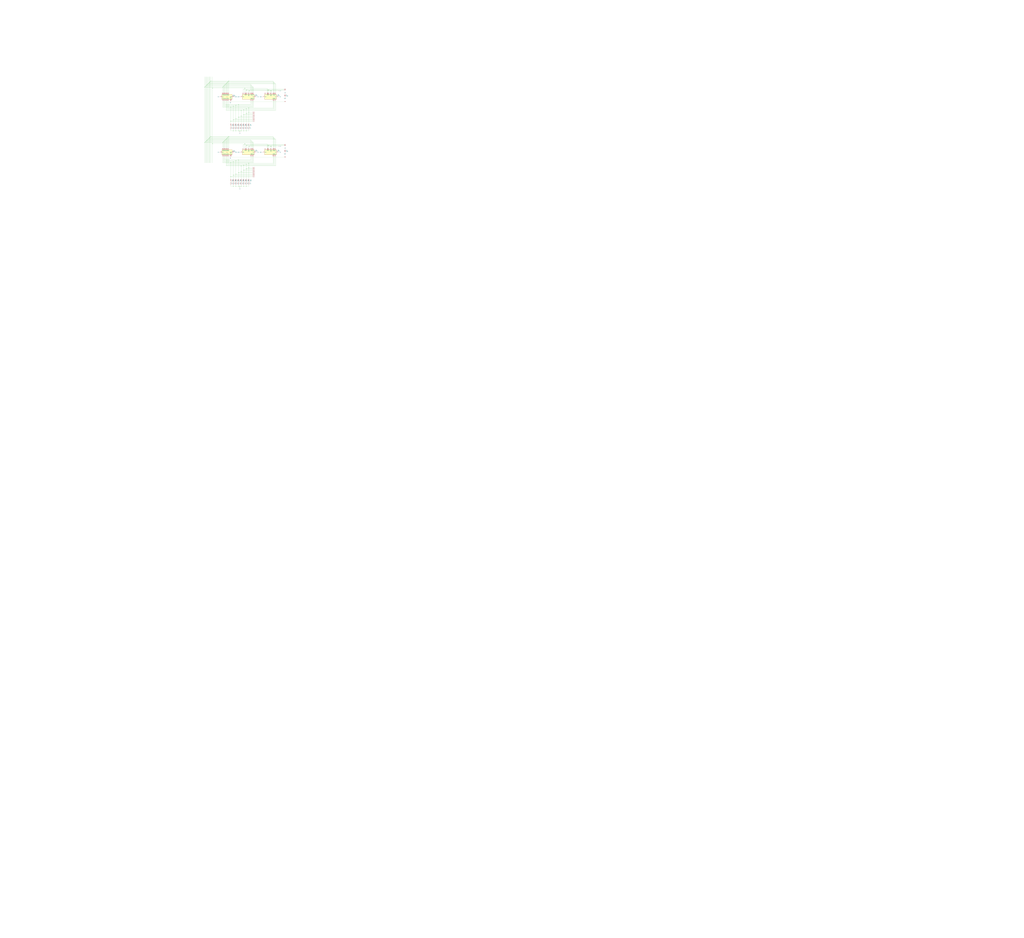
<source format=kicad_sch>
(kicad_sch (version 20231120) (generator "eeschema") (generator_version "8.0")
  (paper "User" 3048 2794)
  (lib_symbols
    (symbol "74xx:74LS173" (pin_names (offset 1.016))
      (property "Reference" "U" (at -7.62 19.05 0))
      (property "Value" "74LS173" (at -7.62 -19.05 0))
      (symbol "74LS173_1_0"
        (pin input inverted (at -12.7 2.54 0) (length 5.08) (name "Oe1") (number "1"))
        (pin input inverted (at -12.7 -7.62 0) (length 5.08) (name "E2") (number "10"))
        (pin input line (at -12.7 7.62 0) (length 5.08) (name "D3") (number "11"))
        (pin input line (at -12.7 10.16 0) (length 5.08) (name "D2") (number "12"))
        (pin input line (at -12.7 12.7 0) (length 5.08) (name "D1") (number "13"))
        (pin input line (at -12.7 15.24 0) (length 5.08) (name "D0") (number "14"))
        (pin input line (at -12.7 -15.24 0) (length 5.08) (name "Mr") (number "15"))
        (pin power_in line (at 0 22.86 270) (length 5.08) (name "VCC") (number "16"))
        (pin input inverted (at -12.7 0 0) (length 5.08) (name "Oe2") (number "2"))
        (pin tri_state line (at 12.7 15.24 180) (length 5.08) (name "Q0") (number "3"))
        (pin tri_state line (at 12.7 12.7 180) (length 5.08) (name "Q1") (number "4"))
        (pin tri_state line (at 12.7 10.16 180) (length 5.08) (name "Q2") (number "5"))
        (pin tri_state line (at 12.7 7.62 180) (length 5.08) (name "Q3") (number "6"))
        (pin input clock (at -12.7 -10.16 0) (length 5.08) (name "Cp") (number "7"))
        (pin power_in line (at 0 -22.86 90) (length 5.08) (name "GND") (number "8"))
        (pin input inverted (at -12.7 -5.08 0) (length 5.08) (name "E1") (number "9"))
      )
      (symbol "74LS173_1_1"
        (rectangle (start -7.62 17.78) (end 7.62 -17.78) (stroke (width 0.254)) (fill (type background)))
      )
    )
    (symbol "74xx:74LS245" (pin_names (offset 1.016))
      (property "Reference" "U" (at -7.62 16.51 0))
      (property "Value" "74LS245" (at -7.62 -16.51 0))
      (symbol "74LS245_1_0"
        (polyline (pts (xy -0.635 -1.27) (xy -0.635 1.27) (xy 0.635 1.27)))
        (polyline (pts (xy -1.27 -1.27) (xy 0.635 -1.27) (xy 0.635 1.27) (xy 1.27 1.27)))
        (pin input line (at -12.7 -10.16 0) (length 5.08) (name "A->B") (number "1"))
        (pin power_in line (at 0 -20.32 90) (length 5.08) (name "GND") (number "10"))
        (pin tri_state line (at 12.7 -5.08 180) (length 5.08) (name "B7") (number "11"))
        (pin tri_state line (at 12.7 -2.54 180) (length 5.08) (name "B6") (number "12"))
        (pin tri_state line (at 12.7 0 180) (length 5.08) (name "B5") (number "13"))
        (pin tri_state line (at 12.7 2.54 180) (length 5.08) (name "B4") (number "14"))
        (pin tri_state line (at 12.7 5.08 180) (length 5.08) (name "B3") (number "15"))
        (pin tri_state line (at 12.7 7.62 180) (length 5.08) (name "B2") (number "16"))
        (pin tri_state line (at 12.7 10.16 180) (length 5.08) (name "B1") (number "17"))
        (pin tri_state line (at 12.7 12.7 180) (length 5.08) (name "B0") (number "18"))
        (pin input inverted (at -12.7 -12.7 0) (length 5.08) (name "CE") (number "19"))
        (pin tri_state line (at -12.7 12.7 0) (length 5.08) (name "A0") (number "2"))
        (pin power_in line (at 0 20.32 270) (length 5.08) (name "VCC") (number "20"))
        (pin tri_state line (at -12.7 10.16 0) (length 5.08) (name "A1") (number "3"))
        (pin tri_state line (at -12.7 7.62 0) (length 5.08) (name "A2") (number "4"))
        (pin tri_state line (at -12.7 5.08 0) (length 5.08) (name "A3") (number "5"))
        (pin tri_state line (at -12.7 2.54 0) (length 5.08) (name "A4") (number "6"))
        (pin tri_state line (at -12.7 0 0) (length 5.08) (name "A5") (number "7"))
        (pin tri_state line (at -12.7 -2.54 0) (length 5.08) (name "A6") (number "8"))
        (pin tri_state line (at -12.7 -5.08 0) (length 5.08) (name "A7") (number "9"))
      )
      (symbol "74LS245_1_1"
        (rectangle (start -7.62 15.24) (end 7.62 -15.24) (stroke (width 0.254)) (fill (type background)))
      )
    )
    (symbol "Device:C" (pin_numbers hide) (pin_names (offset 0.254))
      (property "Reference" "C" (at 0.635 2.54 0))
      (property "Value" "C" (at 0.635 -2.54 0))
      (symbol "C_0_1"
        (polyline (pts (xy -2.032 -0.762) (xy 2.032 -0.762)) (stroke (width 0.508)))
        (polyline (pts (xy -2.032 0.762) (xy 2.032 0.762)) (stroke (width 0.508)))
      )
      (symbol "C_1_1"
        (pin passive line (at 0 3.81 270) (length 2.794) (name "~") (number "1"))
        (pin passive line (at 0 -3.81 90) (length 2.794) (name "~") (number "2"))
      )
    )
    (symbol "Device:LED" (pin_numbers hide) (pin_names (offset 1.016) hide)
      (property "Reference" "D" (at 0 2.54 0))
      (property "Value" "LED" (at 0 -2.54 0))
      (symbol "LED_0_1"
        (polyline (pts (xy -1.27 -1.27) (xy -1.27 1.27)) (stroke (width 0.254)))
        (polyline (pts (xy -1.27 0) (xy 1.27 0)))
        (polyline (pts (xy 1.27 -1.27) (xy 1.27 1.27) (xy -1.27 0) (xy 1.27 -1.27)) (stroke (width 0.254)))
        (polyline (pts (xy -3.048 -0.762) (xy -4.572 -2.286) (xy -3.81 -2.286) (xy -4.572 -2.286) (xy -4.572 -1.524)))
        (polyline (pts (xy -1.778 -0.762) (xy -3.302 -2.286) (xy -2.54 -2.286) (xy -3.302 -2.286) (xy -3.302 -1.524)))
      )
      (symbol "LED_1_1"
        (pin passive line (at -3.81 0 0) (length 2.54) (name "K") (number "1"))
        (pin passive line (at 3.81 0 180) (length 2.54) (name "A") (number "2"))
      )
    )
    (symbol "Device:R" (pin_numbers hide) (pin_names (offset 0))
      (property "Reference" "R" (at 2.032 0 90))
      (property "Value" "R" (at 0 0 90))
      (symbol "R_0_1"
        (rectangle (start -1.016 -2.54) (end 1.016 2.54) (stroke (width 0.254)))
      )
      (symbol "R_1_1"
        (pin passive line (at 0 3.81 270) (length 1.27) (name "~") (number "1"))
        (pin passive line (at 0 -3.81 90) (length 1.27) (name "~") (number "2"))
      )
    )
    (symbol "power:+5V" (power) (pin_numbers hide) (pin_names (offset 0) hide)
      (property "Value" "+5V" (at 0 3.556 0))
      (symbol "+5V_0_1"
        (polyline (pts (xy -0.762 1.27) (xy 0 2.54)))
        (polyline (pts (xy 0 0) (xy 0 2.54)))
        (polyline (pts (xy 0 2.54) (xy 0.762 1.27)))
      )
      (symbol "+5V_1_1"
        (pin power_in line (at 0 0 90) (length 0) (name "~") (number "1"))
      )
    )
    (symbol "power:Earth" (power) (pin_numbers hide) (pin_names (offset 0) hide)
      (property "Value" "Earth" (at 0 -3.81 0))
      (symbol "Earth_0_1"
        (polyline (pts (xy -0.635 -1.905) (xy 0.635 -1.905)))
        (polyline (pts (xy -0.127 -2.54) (xy 0.127 -2.54)))
        (polyline (pts (xy 0 -1.27) (xy 0 0)))
        (polyline (pts (xy 1.27 -1.27) (xy -1.27 -1.27)))
      )
      (symbol "Earth_1_1"
        (pin power_in line (at 0 0 270) (length 0) (name "~") (number "1"))
      )
    )
  )
  (junction (at 717.55 510.54))
  (junction (at 680.72 406.4))
  (junction (at 713.74 389.89))
  (junction (at 732.79 337.82))
  (junction (at 675.64 411.48))
  (junction (at 694.69 521.97))
  (junction (at 702.31 389.89))
  (junction (at 732.79 502.92))
  (junction (at 632.46 427.99))
  (junction (at 728.98 262.89))
  (junction (at 678.18 243.84))
  (junction (at 614.68 419.1))
  (junction (at 805.18 435.61))
  (junction (at 740.41 486.41))
  (junction (at 617.22 251.46))
  (junction (at 694.69 389.89))
  (junction (at 702.31 478.79))
  (junction (at 732.79 488.95))
  (junction (at 709.93 349.25))
  (junction (at 675.64 246.38))
  (junction (at 609.6 259.08))
  (junction (at 717.55 389.89))
  (junction (at 662.94 424.18))
  (junction (at 725.17 341.63))
  (junction (at 665.48 256.54))
  (junction (at 734.06 433.07))
  (junction (at 807.72 435.61))
  (junction (at 702.31 518.16))
  (junction (at 741.68 270.51))
  (junction (at 741.68 435.61))
  (junction (at 797.56 267.97))
  (junction (at 728.98 427.99))
  (junction (at 800.1 267.97))
  (junction (at 687.07 483.87))
  (junction (at 797.56 433.07))
  (junction (at 709.93 554.99))
  (junction (at 694.69 481.33))
  (junction (at 732.79 323.85))
  (junction (at 627.38 241.3))
  (junction (at 725.17 554.99))
  (junction (at 614.68 254))
  (junction (at 717.55 328.93))
  (junction (at 709.93 476.25))
  (junction (at 680.72 241.3))
  (junction (at 709.93 311.15))
  (junction (at 687.07 318.77))
  (junction (at 619.76 414.02))
  (junction (at 609.6 424.18))
  (junction (at 725.17 326.39))
  (junction (at 717.55 345.44))
  (junction (at 624.84 408.94))
  (junction (at 725.17 389.89))
  (junction (at 678.18 408.94))
  (junction (at 668.02 419.1))
  (junction (at 725.17 491.49))
  (junction (at 709.93 514.35))
  (junction (at 702.31 313.69))
  (junction (at 717.55 494.03))
  (junction (at 670.56 416.56))
  (junction (at 713.74 554.99))
  (junction (at 673.1 414.02))
  (junction (at 617.22 416.56))
  (junction (at 632.46 262.89))
  (junction (at 622.3 246.38))
  (junction (at 673.1 248.92))
  (junction (at 668.02 254))
  (junction (at 612.14 421.64))
  (junction (at 734.06 267.97))
  (junction (at 740.41 321.31))
  (junction (at 805.18 270.51))
  (junction (at 732.79 389.89))
  (junction (at 687.07 525.78))
  (junction (at 702.31 353.06))
  (junction (at 687.07 360.68))
  (junction (at 622.3 411.48))
  (junction (at 702.31 554.99))
  (junction (at 662.94 259.08))
  (junction (at 694.69 554.99))
  (junction (at 732.79 554.99))
  (junction (at 807.72 270.51))
  (junction (at 725.17 506.73))
  (junction (at 694.69 316.23))
  (junction (at 740.41 499.11))
  (junction (at 694.69 356.87))
  (junction (at 717.55 554.99))
  (junction (at 800.1 433.07))
  (junction (at 619.76 248.92))
  (junction (at 624.84 243.84))
  (junction (at 740.41 334.01))
  (junction (at 709.93 389.89))
  (junction (at 627.38 406.4))
  (junction (at 665.48 421.64))
  (junction (at 670.56 251.46))
  (junction (at 612.14 256.54))
  (wire (pts (xy 709.93 549.91) (xy 709.93 554.99)))
  (wire (pts (xy 797.56 267.97) (xy 797.56 275.59)))
  (wire (pts (xy 709.93 349.25) (xy 709.93 367.03)))
  (wire (pts (xy 622.3 246.38) (xy 675.64 246.38)))
  (wire (pts (xy 702.31 539.75) (xy 702.31 542.29)))
  (wire (pts (xy 709.93 389.89) (xy 713.74 389.89)))
  (wire (pts (xy 665.48 300.99) (xy 665.48 316.23)))
  (wire (pts (xy 732.79 554.99) (xy 732.79 549.91)))
  (wire (pts (xy 688.34 467.36) (xy 845.82 467.36)))
  (wire (pts (xy 805.18 270.51) (xy 805.18 275.59)))
  (wire (pts (xy 673.1 328.93) (xy 717.55 328.93)))
  (wire (pts (xy 687.07 360.68) (xy 751.84 360.68)))
  (wire (pts (xy 746.76 251.46) (xy 670.56 251.46)))
  (wire (pts (xy 665.48 316.23) (xy 694.69 316.23)))
  (wire (pts (xy 741.68 270.51) (xy 741.68 275.59)))
  (wire (pts (xy 746.76 466.09) (xy 746.76 476.25)))
  (wire (pts (xy 702.31 313.69) (xy 668.02 313.69)))
  (wire (pts (xy 668.02 313.69) (xy 668.02 300.99)))
  (wire (pts (xy 624.84 243.84) (xy 678.18 243.84)))
  (wire (pts (xy 624.84 243.84) (xy 624.84 408.94)))
  (wire (pts (xy 622.3 411.48) (xy 675.64 411.48)))
  (wire (pts (xy 732.79 323.85) (xy 732.79 337.82)))
  (wire (pts (xy 717.55 389.89) (xy 717.55 384.81)))
  (wire (pts (xy 749.3 478.79) (xy 702.31 478.79)))
  (wire (pts (xy 749.3 313.69) (xy 702.31 313.69)))
  (wire (pts (xy 668.02 419.1) (xy 668.02 440.69)))
  (wire (pts (xy 709.93 349.25) (xy 751.84 349.25)))
  (wire (pts (xy 815.34 300.99) (xy 815.34 323.85)))
  (wire (pts (xy 807.72 270.51) (xy 807.72 275.59)))
  (wire (pts (xy 709.93 476.25) (xy 670.56 476.25)))
  (wire (pts (xy 624.84 408.94) (xy 624.84 485.14)))
  (wire (pts (xy 734.06 433.07) (xy 734.06 440.69)))
  (wire (pts (xy 670.56 275.59) (xy 670.56 251.46)))
  (wire (pts (xy 687.07 318.77) (xy 687.07 360.68)))
  (wire (pts (xy 740.41 554.99) (xy 740.41 549.91)))
  (wire (pts (xy 622.3 411.48) (xy 622.3 485.14)))
  (wire (pts (xy 805.18 270.51) (xy 807.72 270.51)))
  (wire (pts (xy 678.18 488.95) (xy 732.79 488.95)))
  (wire (pts (xy 812.8 241.3) (xy 812.8 275.59)))
  (wire (pts (xy 717.55 345.44) (xy 717.55 367.03)))
  (wire (pts (xy 739.14 270.51) (xy 741.68 270.51)))
  (wire (pts (xy 800.1 433.07) (xy 797.56 433.07)))
  (wire (pts (xy 725.17 491.49) (xy 817.88 491.49)))
  (wire (pts (xy 609.6 228.6) (xy 609.6 259.08)))
  (wire (pts (xy 751.84 341.63) (xy 725.17 341.63)))
  (wire (pts (xy 820.42 466.09) (xy 820.42 494.03)))
  (wire (pts (xy 673.1 494.03) (xy 673.1 466.09)))
  (wire (pts (xy 662.94 483.87) (xy 662.94 466.09)))
  (wire (pts (xy 702.31 554.99) (xy 702.31 549.91)))
  (wire (pts (xy 709.93 311.15) (xy 670.56 311.15)))
  (wire (pts (xy 817.88 491.49) (xy 817.88 466.09)))
  (wire (pts (xy 632.46 262.89) (xy 728.98 262.89)))
  (wire (pts (xy 754.38 466.09) (xy 754.38 483.87)))
  (wire (pts (xy 614.68 419.1) (xy 614.68 485.14)))
  (wire (pts (xy 609.6 259.08) (xy 662.94 259.08)))
  (wire (pts (xy 680.72 440.69) (xy 680.72 406.4)))
  (wire (pts (xy 723.9 265.43) (xy 845.82 265.43)))
  (wire (pts (xy 702.31 353.06) (xy 751.84 353.06)))
  (wire (pts (xy 694.69 316.23) (xy 751.84 316.23)))
  (wire (pts (xy 673.1 414.02) (xy 673.1 440.69)))
  (wire (pts (xy 732.79 389.89) (xy 740.41 389.89)))
  (wire (pts (xy 619.76 414.02) (xy 673.1 414.02)))
  (wire (pts (xy 632.46 228.6) (xy 632.46 262.89)))
  (wire (pts (xy 812.8 486.41) (xy 812.8 466.09)))
  (wire (pts (xy 619.76 248.92) (xy 619.76 414.02)))
  (wire (pts (xy 717.55 554.99) (xy 725.17 554.99)))
  (wire (pts (xy 709.93 539.75) (xy 709.93 542.29)))
  (wire (pts (xy 728.98 427.99) (xy 795.02 427.99)))
  (wire (pts (xy 728.98 262.89) (xy 795.02 262.89)))
  (wire (pts (xy 713.74 392.43) (xy 713.74 389.89)))
  (wire (pts (xy 612.14 421.64) (xy 612.14 485.14)))
  (wire (pts (xy 614.68 419.1) (xy 668.02 419.1)))
  (wire (pts (xy 702.31 389.89) (xy 694.69 389.89)))
  (wire (pts (xy 622.3 246.38) (xy 622.3 411.48)))
  (wire (pts (xy 709.93 476.25) (xy 709.93 514.35)))
  (wire (pts (xy 612.14 228.6) (xy 612.14 256.54)))
  (wire (pts (xy 694.69 481.33) (xy 751.84 481.33)))
  (wire (pts (xy 688.34 302.26) (xy 845.82 302.26)))
  (wire (pts (xy 668.02 254) (xy 749.3 254)))
  (wire (pts (xy 632.46 427.99) (xy 728.98 427.99)))
  (wire (pts (xy 680.72 241.3) (xy 812.8 241.3)))
  (wire (pts (xy 740.41 499.11) (xy 751.84 499.11)))
  (wire (pts (xy 751.84 421.64) (xy 665.48 421.64)))
  (wire (pts (xy 746.76 476.25) (xy 709.93 476.25)))
  (wire (pts (xy 725.17 341.63) (xy 725.17 367.03)))
  (wire (pts (xy 687.07 525.78) (xy 687.07 532.13)))
  (wire (pts (xy 741.68 435.61) (xy 741.68 440.69)))
  (wire (pts (xy 687.07 360.68) (xy 687.07 367.03)))
  (wire (pts (xy 678.18 243.84) (xy 678.18 275.59)))
  (wire (pts (xy 725.17 554.99) (xy 732.79 554.99)))
  (wire (pts (xy 812.8 406.4) (xy 812.8 440.69)))
  (wire (pts (xy 687.07 374.65) (xy 687.07 377.19)))
  (wire (pts (xy 807.72 435.61) (xy 828.04 435.61)))
  (wire (pts (xy 732.79 554.99) (xy 740.41 554.99)))
  (wire (pts (xy 673.1 494.03) (xy 717.55 494.03)))
  (wire (pts (xy 662.94 259.08) (xy 662.94 275.59)))
  (wire (pts (xy 754.38 424.18) (xy 754.38 440.69)))
  (wire (pts (xy 617.22 416.56) (xy 617.22 485.14)))
  (wire (pts (xy 749.3 254) (xy 749.3 275.59)))
  (wire (pts (xy 725.17 549.91) (xy 725.17 554.99)))
  (wire (pts (xy 728.98 440.69) (xy 728.98 427.99)))
  (wire (pts (xy 795.02 440.69) (xy 795.02 427.99)))
  (wire (pts (xy 740.41 334.01) (xy 740.41 367.03)))
  (wire (pts (xy 665.48 275.59) (xy 665.48 256.54)))
  (wire (pts (xy 687.07 389.89) (xy 687.07 384.81)))
  (wire (pts (xy 617.22 251.46) (xy 670.56 251.46)))
  (wire (pts (xy 741.68 435.61) (xy 805.18 435.61)))
  (wire (pts (xy 717.55 374.65) (xy 717.55 377.19)))
  (wire (pts (xy 619.76 228.6) (xy 619.76 248.92)))
  (wire (pts (xy 740.41 486.41) (xy 812.8 486.41)))
  (wire (pts (xy 668.02 254) (xy 668.02 275.59)))
  (wire (pts (xy 702.31 313.69) (xy 702.31 353.06)))
  (wire (pts (xy 680.72 275.59) (xy 680.72 241.3)))
  (wire (pts (xy 746.76 311.15) (xy 709.93 311.15)))
  (wire (pts (xy 746.76 416.56) (xy 670.56 416.56)))
  (wire (pts (xy 723.9 440.69) (xy 723.9 430.53)))
  (wire (pts (xy 612.14 256.54) (xy 665.48 256.54)))
  (wire (pts (xy 731.52 267.97) (xy 734.06 267.97)))
  (wire (pts (xy 732.79 337.82) (xy 751.84 337.82)))
  (wire (pts (xy 717.55 539.75) (xy 717.55 542.29)))
  (wire (pts (xy 807.72 270.51) (xy 828.04 270.51)))
  (wire (pts (xy 662.94 424.18) (xy 662.94 440.69)))
  (wire (pts (xy 680.72 486.41) (xy 740.41 486.41)))
  (wire (pts (xy 740.41 374.65) (xy 740.41 377.19)))
  (wire (pts (xy 740.41 334.01) (xy 751.84 334.01)))
  (wire (pts (xy 817.88 326.39) (xy 817.88 300.99)))
  (wire (pts (xy 754.38 300.99) (xy 754.38 318.77)))
  (wire (pts (xy 694.69 389.89) (xy 694.69 384.81)))
  (wire (pts (xy 845.82 433.07) (xy 800.1 433.07)))
  (wire (pts (xy 751.84 440.69) (xy 751.84 421.64)))
  (wire (pts (xy 702.31 389.89) (xy 702.31 384.81)))
  (wire (pts (xy 817.88 411.48) (xy 817.88 440.69)))
  (wire (pts (xy 732.79 337.82) (xy 732.79 367.03)))
  (wire (pts (xy 740.41 321.31) (xy 740.41 334.01)))
  (wire (pts (xy 740.41 321.31) (xy 812.8 321.31)))
  (wire (pts (xy 673.1 248.92) (xy 673.1 275.59)))
  (wire (pts (xy 795.02 275.59) (xy 795.02 262.89)))
  (wire (pts (xy 665.48 466.09) (xy 665.48 481.33)))
  (wire (pts (xy 694.69 356.87) (xy 751.84 356.87)))
  (wire (pts (xy 709.93 384.81) (xy 709.93 389.89)))
  (wire (pts (xy 632.46 427.99) (xy 632.46 485.14)))
  (wire (pts (xy 678.18 408.94) (xy 815.34 408.94)))
  (wire (pts (xy 609.6 424.18) (xy 609.6 485.14)))
  (wire (pts (xy 612.14 421.64) (xy 665.48 421.64)))
  (wire (pts (xy 619.76 414.02) (xy 619.76 485.14)))
  (wire (pts (xy 678.18 323.85) (xy 732.79 323.85)))
  (wire (pts (xy 817.88 246.38) (xy 675.64 246.38)))
  (wire (pts (xy 820.42 248.92) (xy 820.42 275.59)))
  (wire (pts (xy 673.1 328.93) (xy 673.1 300.99)))
  (wire (pts (xy 749.3 300.99) (xy 749.3 313.69)))
  (wire (pts (xy 723.9 275.59) (xy 723.9 265.43)))
  (wire (pts (xy 632.46 262.89) (xy 632.46 427.99)))
  (wire (pts (xy 688.34 300.99) (xy 688.34 302.26)))
  (wire (pts (xy 694.69 316.23) (xy 694.69 356.87)))
  (wire (pts (xy 687.07 483.87) (xy 687.07 525.78)))
  (wire (pts (xy 694.69 521.97) (xy 694.69 532.13)))
  (wire (pts (xy 817.88 246.38) (xy 817.88 275.59)))
  (wire (pts (xy 609.6 424.18) (xy 662.94 424.18)))
  (wire (pts (xy 624.84 408.94) (xy 678.18 408.94)))
  (wire (pts (xy 725.17 326.39) (xy 817.88 326.39)))
  (wire (pts (xy 687.07 554.99) (xy 687.07 549.91)))
  (wire (pts (xy 665.48 440.69) (xy 665.48 421.64)))
  (wire (pts (xy 709.93 554.99) (xy 702.31 554.99)))
  (wire (pts (xy 687.07 318.77) (xy 662.94 318.77)))
  (wire (pts (xy 751.84 510.54) (xy 717.55 510.54)))
  (wire (pts (xy 739.14 275.59) (xy 739.14 270.51)))
  (wire (pts (xy 694.69 356.87) (xy 694.69 367.03)))
  (wire (pts (xy 725.17 491.49) (xy 725.17 506.73)))
  (wire (pts (xy 678.18 243.84) (xy 815.34 243.84)))
  (wire (pts (xy 754.38 259.08) (xy 754.38 275.59)))
  (wire (pts (xy 662.94 259.08) (xy 754.38 259.08)))
  (wire (pts (xy 702.31 518.16) (xy 751.84 518.16)))
  (wire (pts (xy 694.69 554.99) (xy 687.07 554.99)))
  (wire (pts (xy 749.3 419.1) (xy 749.3 440.69)))
  (wire (pts (xy 812.8 321.31) (xy 812.8 300.99)))
  (wire (pts (xy 732.79 488.95) (xy 732.79 502.92)))
  (wire (pts (xy 675.64 466.09) (xy 675.64 491.49)))
  (wire (pts (xy 694.69 539.75) (xy 694.69 542.29)))
  (wire (pts (xy 717.55 328.93) (xy 820.42 328.93)))
  (wire (pts (xy 746.76 275.59) (xy 746.76 251.46)))
  (wire (pts (xy 805.18 435.61) (xy 805.18 440.69)))
  (wire (pts (xy 717.55 328.93) (xy 717.55 345.44)))
  (wire (pts (xy 725.17 326.39) (xy 725.17 341.63)))
  (wire (pts (xy 713.74 389.89) (xy 717.55 389.89)))
  (wire (pts (xy 734.06 267.97) (xy 734.06 275.59)))
  (wire (pts (xy 732.79 502.92) (xy 751.84 502.92)))
  (wire (pts (xy 709.93 374.65) (xy 709.93 377.19)))
  (wire (pts (xy 717.55 510.54) (xy 717.55 532.13)))
  (wire (pts (xy 675.64 440.69) (xy 675.64 411.48)))
  (wire (pts (xy 751.84 481.33) (xy 751.84 466.09)))
  (wire (pts (xy 734.06 267.97) (xy 797.56 267.97)))
  (wire (pts (xy 680.72 321.31) (xy 740.41 321.31)))
  (wire (pts (xy 675.64 491.49) (xy 725.17 491.49)))
  (wire (pts (xy 709.93 311.15) (xy 709.93 349.25)))
  (wire (pts (xy 670.56 440.69) (xy 670.56 416.56)))
  (wire (pts (xy 678.18 488.95) (xy 678.18 466.09)))
  (wire (pts (xy 731.52 440.69) (xy 731.52 433.07)))
  (wire (pts (xy 627.38 406.4) (xy 627.38 485.14)))
  (wire (pts (xy 732.79 502.92) (xy 732.79 532.13)))
  (wire (pts (xy 687.07 539.75) (xy 687.07 542.29)))
  (wire (pts (xy 731.52 433.07) (xy 734.06 433.07)))
  (wire (pts (xy 662.94 424.18) (xy 754.38 424.18)))
  (wire (pts (xy 702.31 353.06) (xy 702.31 367.03)))
  (wire (pts (xy 740.41 389.89) (xy 740.41 384.81)))
  (wire (pts (xy 709.93 514.35) (xy 709.93 532.13)))
  (wire (pts (xy 688.34 466.09) (xy 688.34 467.36)))
  (wire (pts (xy 751.84 275.59) (xy 751.84 256.54)))
  (wire (pts (xy 725.17 374.65) (xy 725.17 377.19)))
  (wire (pts (xy 627.38 406.4) (xy 680.72 406.4)))
  (wire (pts (xy 740.41 539.75) (xy 740.41 542.29)))
  (wire (pts (xy 731.52 275.59) (xy 731.52 267.97)))
  (wire (pts (xy 817.88 411.48) (xy 675.64 411.48)))
  (wire (pts (xy 665.48 481.33) (xy 694.69 481.33)))
  (wire (pts (xy 749.3 466.09) (xy 749.3 478.79)))
  (wire (pts (xy 732.79 323.85) (xy 815.34 323.85)))
  (wire (pts (xy 740.41 499.11) (xy 740.41 532.13)))
  (wire (pts (xy 800.1 267.97) (xy 797.56 267.97)))
  (wire (pts (xy 723.9 430.53) (xy 845.82 430.53)))
  (wire (pts (xy 702.31 374.65) (xy 702.31 377.19)))
  (wire (pts (xy 820.42 414.02) (xy 820.42 440.69)))
  (wire (pts (xy 694.69 389.89) (xy 687.07 389.89)))
  (wire (pts (xy 725.17 539.75) (xy 725.17 542.29)))
  (wire (pts (xy 734.06 433.07) (xy 797.56 433.07)))
  (wire (pts (xy 614.68 254) (xy 668.02 254)))
  (wire (pts (xy 687.07 483.87) (xy 662.94 483.87)))
  (wire (pts (xy 675.64 326.39) (xy 725.17 326.39)))
  (wire (pts (xy 614.68 254) (xy 614.68 419.1)))
  (wire (pts (xy 668.02 419.1) (xy 749.3 419.1)))
  (wire (pts (xy 709.93 514.35) (xy 751.84 514.35)))
  (wire (pts (xy 694.69 481.33) (xy 694.69 521.97)))
  (wire (pts (xy 622.3 228.6) (xy 622.3 246.38)))
  (wire (pts (xy 725.17 389.89) (xy 732.79 389.89)))
  (wire (pts (xy 675.64 275.59) (xy 675.64 246.38)))
  (wire (pts (xy 754.38 483.87) (xy 687.07 483.87)))
  (wire (pts (xy 624.84 228.6) (xy 624.84 243.84)))
  (wire (pts (xy 732.79 374.65) (xy 732.79 377.19)))
  (wire (pts (xy 702.31 554.99) (xy 694.69 554.99)))
  (wire (pts (xy 815.34 466.09) (xy 815.34 488.95)))
  (wire (pts (xy 702.31 518.16) (xy 702.31 532.13)))
  (wire (pts (xy 687.07 525.78) (xy 751.84 525.78)))
  (wire (pts (xy 800.1 433.07) (xy 800.1 440.69)))
  (wire (pts (xy 725.17 384.81) (xy 725.17 389.89)))
  (wire (pts (xy 845.82 267.97) (xy 800.1 267.97)))
  (wire (pts (xy 673.1 248.92) (xy 820.42 248.92)))
  (wire (pts (xy 717.55 494.03) (xy 820.42 494.03)))
  (wire (pts (xy 797.56 433.07) (xy 797.56 440.69)))
  (wire (pts (xy 800.1 267.97) (xy 800.1 275.59)))
  (wire (pts (xy 739.14 440.69) (xy 739.14 435.61)))
  (wire (pts (xy 673.1 414.02) (xy 820.42 414.02)))
  (wire (pts (xy 617.22 416.56) (xy 670.56 416.56)))
  (wire (pts (xy 713.74 557.53) (xy 713.74 554.99)))
  (wire (pts (xy 751.84 256.54) (xy 665.48 256.54)))
  (wire (pts (xy 741.68 270.51) (xy 805.18 270.51)))
  (wire (pts (xy 732.79 539.75) (xy 732.79 542.29)))
  (wire (pts (xy 709.93 554.99) (xy 713.74 554.99)))
  (wire (pts (xy 815.34 243.84) (xy 815.34 275.59)))
  (wire (pts (xy 746.76 440.69) (xy 746.76 416.56)))
  (wire (pts (xy 746.76 300.99) (xy 746.76 311.15)))
  (wire (pts (xy 694.69 374.65) (xy 694.69 377.19)))
  (wire (pts (xy 739.14 435.61) (xy 741.68 435.61)))
  (wire (pts (xy 670.56 476.25) (xy 670.56 466.09)))
  (wire (pts (xy 702.31 478.79) (xy 668.02 478.79)))
  (wire (pts (xy 680.72 300.99) (xy 680.72 321.31)))
  (wire (pts (xy 617.22 251.46) (xy 617.22 416.56)))
  (wire (pts (xy 662.94 318.77) (xy 662.94 300.99)))
  (wire (pts (xy 678.18 323.85) (xy 678.18 300.99)))
  (wire (pts (xy 815.34 408.94) (xy 815.34 440.69)))
  (wire (pts (xy 709.93 389.89) (xy 702.31 389.89)))
  (wire (pts (xy 717.55 389.89) (xy 725.17 389.89)))
  (wire (pts (xy 717.55 554.99) (xy 717.55 549.91)))
  (wire (pts (xy 670.56 311.15) (xy 670.56 300.99)))
  (wire (pts (xy 728.98 275.59) (xy 728.98 262.89)))
  (wire (pts (xy 680.72 406.4) (xy 812.8 406.4)))
  (wire (pts (xy 614.68 228.6) (xy 614.68 254)))
  (wire (pts (xy 612.14 256.54) (xy 612.14 421.64)))
  (wire (pts (xy 717.55 494.03) (xy 717.55 510.54)))
  (wire (pts (xy 668.02 478.79) (xy 668.02 466.09)))
  (wire (pts (xy 732.79 488.95) (xy 815.34 488.95)))
  (wire (pts (xy 678.18 408.94) (xy 678.18 440.69)))
  (wire (pts (xy 675.64 300.99) (xy 675.64 326.39)))
  (wire (pts (xy 751.84 316.23) (xy 751.84 300.99)))
  (wire (pts (xy 713.74 554.99) (xy 717.55 554.99)))
  (wire (pts (xy 627.38 228.6) (xy 627.38 241.3)))
  (wire (pts (xy 751.84 506.73) (xy 725.17 506.73)))
  (wire (pts (xy 627.38 241.3) (xy 627.38 406.4)))
  (wire (pts (xy 751.84 345.44) (xy 717.55 345.44)))
  (wire (pts (xy 805.18 435.61) (xy 807.72 435.61)))
  (wire (pts (xy 702.31 478.79) (xy 702.31 518.16)))
  (wire (pts (xy 680.72 466.09) (xy 680.72 486.41)))
  (wire (pts (xy 754.38 318.77) (xy 687.07 318.77)))
  (wire (pts (xy 694.69 521.97) (xy 751.84 521.97)))
  (wire (pts (xy 732.79 389.89) (xy 732.79 384.81)))
  (wire (pts (xy 740.41 486.41) (xy 740.41 499.11)))
  (wire (pts (xy 609.6 259.08) (xy 609.6 424.18)))
  (wire (pts (xy 820.42 300.99) (xy 820.42 328.93)))
  (wire (pts (xy 725.17 506.73) (xy 725.17 532.13)))
  (wire (pts (xy 617.22 228.6) (xy 617.22 251.46)))
  (wire (pts (xy 807.72 435.61) (xy 807.72 440.69)))
  (wire (pts (xy 694.69 554.99) (xy 694.69 549.91)))
  (wire (pts (xy 619.76 248.92) (xy 673.1 248.92)))
  (wire (pts (xy 627.38 241.3) (xy 680.72 241.3)))
  (global_label "A_5" (shape input) (at 751.84 353.06 0) (property "Intersheetrefs" "${INTERSHEET_REFS}" (effects (hide yes))))
  (global_label "B_7" (shape input) (at 751.84 525.78 0) (property "Intersheetrefs" "${INTERSHEET_REFS}" (effects (hide yes))))
  (global_label "B_6" (shape input) (at 751.84 521.97 0) (property "Intersheetrefs" "${INTERSHEET_REFS}" (effects (hide yes))))
  (global_label "B_2" (shape input) (at 751.84 506.73 0) (property "Intersheetrefs" "${INTERSHEET_REFS}" (effects (hide yes))))
  (global_label "A_1" (shape input) (at 751.84 337.82 0) (property "Intersheetrefs" "${INTERSHEET_REFS}" (effects (hide yes))))
  (global_label "B_1" (shape input) (at 751.84 502.92 0) (property "Intersheetrefs" "${INTERSHEET_REFS}" (effects (hide yes))))
  (global_label "AO" (shape input) (at 845.82 302.26 0) (property "Intersheetrefs" "${INTERSHEET_REFS}" (effects (hide yes))))
  (global_label "B_3" (shape input) (at 751.84 510.54 0) (property "Intersheetrefs" "${INTERSHEET_REFS}" (effects (hide yes))))
  (global_label "BI" (shape input) (at 845.82 433.07 0) (property "Intersheetrefs" "${INTERSHEET_REFS}" (effects (hide yes))))
  (global_label "B_5" (shape input) (at 751.84 518.16 0) (property "Intersheetrefs" "${INTERSHEET_REFS}" (effects (hide yes))))
  (global_label "BC" (shape input) (at 845.82 265.43 0) (property "Intersheetrefs" "${INTERSHEET_REFS}" (effects (hide yes))))
  (global_label "B_4" (shape input) (at 751.84 514.35 0) (property "Intersheetrefs" "${INTERSHEET_REFS}" (effects (hide yes))))
  (global_label "A_7" (shape input) (at 751.84 360.68 0) (property "Intersheetrefs" "${INTERSHEET_REFS}" (effects (hide yes))))
  (global_label "A_0" (shape input) (at 751.84 334.01 0) (property "Intersheetrefs" "${INTERSHEET_REFS}" (effects (hide yes))))
  (global_label "BC" (shape input) (at 845.82 430.53 0) (property "Intersheetrefs" "${INTERSHEET_REFS}" (effects (hide yes))))
  (global_label "A_4" (shape input) (at 751.84 349.25 0) (property "Intersheetrefs" "${INTERSHEET_REFS}" (effects (hide yes))))
  (global_label "BO" (shape input) (at 845.82 467.36 0) (property "Intersheetrefs" "${INTERSHEET_REFS}" (effects (hide yes))))
  (global_label "A_2" (shape input) (at 751.84 341.63 0) (property "Intersheetrefs" "${INTERSHEET_REFS}" (effects (hide yes))))
  (global_label "A_3" (shape input) (at 751.84 345.44 0) (property "Intersheetrefs" "${INTERSHEET_REFS}" (effects (hide yes))))
  (global_label "AI" (shape input) (at 845.82 267.97 0) (property "Intersheetrefs" "${INTERSHEET_REFS}" (effects (hide yes))))
  (global_label "A_6" (shape input) (at 751.84 356.87 0) (property "Intersheetrefs" "${INTERSHEET_REFS}" (effects (hide yes))))
  (global_label "B_0" (shape input) (at 751.84 499.11 0) (property "Intersheetrefs" "${INTERSHEET_REFS}" (effects (hide yes))))
  (symbol (lib_id "Device:LED") (at 740.41 370.84 90) (unit 1)
    (property "Reference" "D8" (at 744.22 371.1574 90) (effects (justify right)))
    (property "Value" "LED" (at 744.22 373.6974 90) (effects (justify right)))
    (property "Description" "Light emitting diode" (effects (hide yes)))
  )
  (symbol (lib_id "Device:R") (at 732.79 381 0) (unit 1)
    (property "Reference" "R7" (at 735.33 379.7299 0) (effects (justify left)))
    (property "Value" "220" (at 735.33 382.2699 0) (effects (justify left)))
    (property "Description" "Resistor" (effects (hide yes)))
  )
  (symbol (lib_id "Device:R") (at 694.69 546.1 0) (unit 1)
    (property "Reference" "R10" (at 697.23 544.8299 0) (effects (justify left)))
    (property "Value" "220" (at 697.23 547.3699 0) (effects (justify left)))
    (property "Description" "Resistor" (effects (hide yes)))
  )
  (symbol (lib_id "power:Earth") (at 713.74 557.53 0) (unit 1)
    (property "Reference" "#PWR015" (effects (hide yes)))
    (property "Value" "Earth" (at 713.74 562.61 0))
    (property "Description" "Power symbol creates a global label with name \"Earth\"" (effects (hide yes)))
  )
  (symbol (lib_id "Device:LED") (at 732.79 370.84 90) (unit 1)
    (property "Reference" "D7" (at 736.6 371.1574 90) (effects (justify right)))
    (property "Value" "LED" (at 736.6 373.6974 90) (effects (justify right)))
    (property "Description" "Light emitting diode" (effects (hide yes)))
  )
  (symbol (lib_id "Device:LED") (at 694.69 535.94 90) (unit 1)
    (property "Reference" "D10" (at 698.5 536.2574 90) (effects (justify right)))
    (property "Value" "LED" (at 698.5 538.7974 90) (effects (justify right)))
    (property "Description" "Light emitting diode" (effects (hide yes)))
  )
  (symbol (lib_id "Device:C") (at 848.36 449.58 0) (unit 1)
    (property "Reference" "C2" (at 852.17 448.3099 0) (effects (justify left)))
    (property "Value" "0.1uF" (at 852.17 450.8499 0) (effects (justify left)))
    (property "Description" "Unpolarized capacitor" (effects (hide yes)))
  )
  (symbol (lib_id "Device:C") (at 848.36 284.48 0) (unit 1)
    (property "Reference" "C1" (at 852.17 283.2099 0) (effects (justify left)))
    (property "Value" "0.1uF" (at 852.17 285.7499 0) (effects (justify left)))
    (property "Description" "Unpolarized capacitor" (effects (hide yes)))
  )
  (symbol (lib_id "Device:LED") (at 702.31 370.84 90) (unit 1)
    (property "Reference" "D3" (at 706.12 371.1574 90) (effects (justify right)))
    (property "Value" "LED" (at 706.12 373.6974 90) (effects (justify right)))
    (property "Description" "Light emitting diode" (effects (hide yes)))
  )
  (symbol (lib_id "Device:LED") (at 709.93 535.94 90) (unit 1)
    (property "Reference" "D12" (at 713.74 536.2574 90) (effects (justify right)))
    (property "Value" "LED" (at 713.74 538.7974 90) (effects (justify right)))
    (property "Description" "Light emitting diode" (effects (hide yes)))
  )
  (symbol (lib_id "power:+5V") (at 685.8 300.99 180) (unit 1)
    (property "Reference" "#PWR02" (effects (hide yes)))
    (property "Value" "+5V" (at 685.8 306.07 0))
    (property "Description" "Power symbol creates a global label with name \"+5V\"" (effects (hide yes)))
  )
  (symbol (lib_id "power:+5V") (at 848.36 280.67 0) (unit 1)
    (property "Reference" "#PWR09" (effects (hide yes)))
    (property "Value" "+5V" (at 848.36 275.59 0))
    (property "Description" "Power symbol creates a global label with name \"+5V\"" (effects (hide yes)))
  )
  (symbol (lib_id "power:Earth") (at 782.32 453.39 270) (unit 1)
    (property "Reference" "#PWR018" (effects (hide yes)))
    (property "Value" "Earth" (at 778.51 453.3899 90) (effects (justify right)))
    (property "Description" "Power symbol creates a global label with name \"Earth\"" (effects (hide yes)))
  )
  (symbol (lib_id "Device:LED") (at 717.55 535.94 90) (unit 1)
    (property "Reference" "D13" (at 721.36 536.2574 90) (effects (justify right)))
    (property "Value" "LED" (at 721.36 538.7974 90) (effects (justify right)))
    (property "Description" "Light emitting diode" (effects (hide yes)))
  )
  (symbol (lib_id "Device:R") (at 687.07 546.1 0) (unit 1)
    (property "Reference" "R9" (at 689.61 544.8299 0) (effects (justify left)))
    (property "Value" "220" (at 689.61 547.3699 0) (effects (justify left)))
    (property "Description" "Resistor" (effects (hide yes)))
  )
  (symbol (lib_id "Device:R") (at 694.69 381 0) (unit 1)
    (property "Reference" "R2" (at 697.23 379.7299 0) (effects (justify left)))
    (property "Value" "220" (at 697.23 382.2699 0) (effects (justify left)))
    (property "Description" "Resistor" (effects (hide yes)))
  )
  (symbol (lib_id "Device:R") (at 740.41 546.1 0) (unit 1)
    (property "Reference" "R16" (at 742.95 544.8299 0) (effects (justify left)))
    (property "Value" "220" (at 742.95 547.3699 0) (effects (justify left)))
    (property "Description" "Resistor" (effects (hide yes)))
  )
  (symbol (lib_id "Device:R") (at 717.55 381 0) (unit 1)
    (property "Reference" "R5" (at 720.09 379.7299 0) (effects (justify left)))
    (property "Value" "220" (at 720.09 382.2699 0) (effects (justify left)))
    (property "Description" "Resistor" (effects (hide yes)))
  )
  (symbol (lib_id "power:Earth") (at 695.96 288.29 90) (unit 1)
    (property "Reference" "#PWR03" (effects (hide yes)))
    (property "Value" "Earth" (at 699.77 288.2899 90) (effects (justify right)))
    (property "Description" "Power symbol creates a global label with name \"Earth\"" (effects (hide yes)))
  )
  (symbol (lib_id "power:Earth") (at 716.28 288.29 270) (unit 1)
    (property "Reference" "#PWR04" (effects (hide yes)))
    (property "Value" "Earth" (at 712.47 288.2899 90) (effects (justify right)))
    (property "Description" "Power symbol creates a global label with name \"Earth\"" (effects (hide yes)))
  )
  (symbol (lib_id "power:+5V") (at 828.04 288.29 270) (unit 1)
    (property "Reference" "#PWR08" (effects (hide yes)))
    (property "Value" "+5V" (at 831.85 288.2899 90) (effects (justify left)))
    (property "Description" "Power symbol creates a global label with name \"+5V\"" (effects (hide yes)))
  )
  (symbol (lib_id "power:Earth") (at 828.04 435.61 90) (unit 1)
    (property "Reference" "#PWR019" (effects (hide yes)))
    (property "Value" "Earth" (at 831.85 435.6099 90) (effects (justify right)))
    (property "Description" "Power symbol creates a global label with name \"Earth\"" (effects (hide yes)))
  )
  (symbol (lib_id "74xx:74LS173") (at 805.18 288.29 270) (unit 1)
    (property "Reference" "U3" (at 828.04 281.9714 90))
    (property "Value" "74LS173" (at 828.04 284.5114 90))
    (property "Datasheet" "http://www.ti.com/lit/gpn/sn74LS173" (effects (hide yes)))
    (property "Description" "4-bit D-type Register, 3 state out" (effects (hide yes)))
  )
  (symbol (lib_id "power:+5V") (at 762 288.29 270) (unit 1)
    (property "Reference" "#PWR05" (effects (hide yes)))
    (property "Value" "+5V" (at 765.81 288.2899 90) (effects (justify left)))
    (property "Description" "Power symbol creates a global label with name \"+5V\"" (effects (hide yes)))
  )
  (symbol (lib_id "Device:LED") (at 709.93 370.84 90) (unit 1)
    (property "Reference" "D4" (at 713.74 371.1574 90) (effects (justify right)))
    (property "Value" "LED" (at 713.74 373.6974 90) (effects (justify right)))
    (property "Description" "Light emitting diode" (effects (hide yes)))
  )
  (symbol (lib_id "power:+5V") (at 848.36 445.77 0) (unit 1)
    (property "Reference" "#PWR021" (effects (hide yes)))
    (property "Value" "+5V" (at 848.36 440.69 0))
    (property "Description" "Power symbol creates a global label with name \"+5V\"" (effects (hide yes)))
  )
  (symbol (lib_id "Device:LED") (at 717.55 370.84 90) (unit 1)
    (property "Reference" "D5" (at 721.36 371.1574 90) (effects (justify right)))
    (property "Value" "LED" (at 721.36 373.6974 90) (effects (justify right)))
    (property "Description" "Light emitting diode" (effects (hide yes)))
  )
  (symbol (lib_id "Device:LED") (at 732.79 535.94 90) (unit 1)
    (property "Reference" "D15" (at 736.6 536.2574 90) (effects (justify right)))
    (property "Value" "LED" (at 736.6 538.7974 90) (effects (justify right)))
    (property "Description" "Light emitting diode" (effects (hide yes)))
  )
  (symbol (lib_id "power:+5V") (at 762 453.39 270) (unit 1)
    (property "Reference" "#PWR017" (effects (hide yes)))
    (property "Value" "+5V" (at 765.81 453.3899 90) (effects (justify left)))
    (property "Description" "Power symbol creates a global label with name \"+5V\"" (effects (hide yes)))
  )
  (symbol (lib_id "74xx:74LS245") (at 675.64 453.39 90) (unit 1)
    (property "Reference" "U4" (at 695.96 447.8938 90))
    (property "Value" "74LS245" (at 695.96 450.4338 90))
    (property "Datasheet" "http://www.ti.com/lit/gpn/sn74LS245" (effects (hide yes)))
    (property "Description" "Octal BUS Transceivers, 3-State outputs" (effects (hide yes)))
  )
  (symbol (lib_id "power:+5V") (at 655.32 453.39 90) (unit 1)
    (property "Reference" "#PWR012" (effects (hide yes)))
    (property "Value" "+5V" (at 651.51 453.3899 90) (effects (justify left)))
    (property "Description" "Power symbol creates a global label with name \"+5V\"" (effects (hide yes)))
  )
  (symbol (lib_id "Device:R") (at 725.17 546.1 0) (unit 1)
    (property "Reference" "R14" (at 727.71 544.8299 0) (effects (justify left)))
    (property "Value" "220" (at 727.71 547.3699 0) (effects (justify left)))
    (property "Description" "Resistor" (effects (hide yes)))
  )
  (symbol (lib_id "power:Earth") (at 713.74 392.43 0) (unit 1)
    (property "Reference" "#PWR011" (effects (hide yes)))
    (property "Value" "Earth" (at 713.74 397.51 0))
    (property "Description" "Power symbol creates a global label with name \"Earth\"" (effects (hide yes)))
  )
  (symbol (lib_id "Device:LED") (at 687.07 370.84 90) (unit 1)
    (property "Reference" "D1" (at 690.88 371.1574 90) (effects (justify right)))
    (property "Value" "LED" (at 690.88 373.6974 90) (effects (justify right)))
    (property "Description" "Light emitting diode" (effects (hide yes)))
  )
  (symbol (lib_id "Device:R") (at 687.07 381 0) (unit 1)
    (property "Reference" "R1" (at 689.61 379.7299 0) (effects (justify left)))
    (property "Value" "220" (at 689.61 382.2699 0) (effects (justify left)))
    (property "Description" "Resistor" (effects (hide yes)))
  )
  (symbol (lib_id "Device:R") (at 709.93 381 0) (unit 1)
    (property "Reference" "R4" (at 712.47 379.7299 0) (effects (justify left)))
    (property "Value" "220" (at 712.47 382.2699 0) (effects (justify left)))
    (property "Description" "Resistor" (effects (hide yes)))
  )
  (symbol (lib_id "Device:R") (at 702.31 546.1 0) (unit 1)
    (property "Reference" "R11" (at 704.85 544.8299 0) (effects (justify left)))
    (property "Value" "220" (at 704.85 547.3699 0) (effects (justify left)))
    (property "Description" "Resistor" (effects (hide yes)))
  )
  (symbol (lib_id "74xx:74LS173") (at 739.14 288.29 270) (unit 1)
    (property "Reference" "U2" (at 762 281.9714 90))
    (property "Value" "74LS173" (at 762 284.5114 90))
    (property "Datasheet" "http://www.ti.com/lit/gpn/sn74LS173" (effects (hide yes)))
    (property "Description" "4-bit D-type Register, 3 state out" (effects (hide yes)))
  )
  (symbol (lib_id "power:Earth") (at 828.04 270.51 90) (unit 1)
    (property "Reference" "#PWR07" (effects (hide yes)))
    (property "Value" "Earth" (at 831.85 270.5099 90) (effects (justify right)))
    (property "Description" "Power symbol creates a global label with name \"Earth\"" (effects (hide yes)))
  )
  (symbol (lib_id "Device:R") (at 725.17 381 0) (unit 1)
    (property "Reference" "R6" (at 727.71 379.7299 0) (effects (justify left)))
    (property "Value" "220" (at 727.71 382.2699 0) (effects (justify left)))
    (property "Description" "Resistor" (effects (hide yes)))
  )
  (symbol (lib_id "74xx:74LS173") (at 805.18 453.39 270) (unit 1)
    (property "Reference" "U6" (at 828.04 447.0714 90))
    (property "Value" "74LS173" (at 828.04 449.6114 90))
    (property "Datasheet" "http://www.ti.com/lit/gpn/sn74LS173" (effects (hide yes)))
    (property "Description" "4-bit D-type Register, 3 state out" (effects (hide yes)))
  )
  (symbol (lib_id "power:Earth") (at 782.32 288.29 270) (unit 1)
    (property "Reference" "#PWR06" (effects (hide yes)))
    (property "Value" "Earth" (at 778.51 288.2899 90) (effects (justify right)))
    (property "Description" "Power symbol creates a global label with name \"Earth\"" (effects (hide yes)))
  )
  (symbol (lib_id "Device:LED") (at 687.07 535.94 90) (unit 1)
    (property "Reference" "D9" (at 690.88 536.2574 90) (effects (justify right)))
    (property "Value" "LED" (at 690.88 538.7974 90) (effects (justify right)))
    (property "Description" "Light emitting diode" (effects (hide yes)))
  )
  (symbol (lib_id "power:Earth") (at 716.28 453.39 270) (unit 1)
    (property "Reference" "#PWR016" (effects (hide yes)))
    (property "Value" "Earth" (at 712.47 453.3899 90) (effects (justify right)))
    (property "Description" "Power symbol creates a global label with name \"Earth\"" (effects (hide yes)))
  )
  (symbol (lib_id "74xx:74LS245") (at 675.64 288.29 90) (unit 1)
    (property "Reference" "U1" (at 695.96 282.7938 90))
    (property "Value" "74LS245" (at 695.96 285.3338 90))
    (property "Datasheet" "http://www.ti.com/lit/gpn/sn74LS245" (effects (hide yes)))
    (property "Description" "Octal BUS Transceivers, 3-State outputs" (effects (hide yes)))
  )
  (symbol (lib_id "Device:R") (at 740.41 381 0) (unit 1)
    (property "Reference" "R8" (at 742.95 379.7299 0) (effects (justify left)))
    (property "Value" "220" (at 742.95 382.2699 0) (effects (justify left)))
    (property "Description" "Resistor" (effects (hide yes)))
  )
  (symbol (lib_id "Device:LED") (at 740.41 535.94 90) (unit 1)
    (property "Reference" "D16" (at 744.22 536.2574 90) (effects (justify right)))
    (property "Value" "LED" (at 744.22 538.7974 90) (effects (justify right)))
    (property "Description" "Light emitting diode" (effects (hide yes)))
  )
  (symbol (lib_id "Device:LED") (at 725.17 535.94 90) (unit 1)
    (property "Reference" "D14" (at 728.98 536.2574 90) (effects (justify right)))
    (property "Value" "LED" (at 728.98 538.7974 90) (effects (justify right)))
    (property "Description" "Light emitting diode" (effects (hide yes)))
  )
  (symbol (lib_id "74xx:74LS173") (at 739.14 453.39 270) (unit 1)
    (property "Reference" "U5" (at 762 447.0714 90))
    (property "Value" "74LS173" (at 762 449.6114 90))
    (property "Datasheet" "http://www.ti.com/lit/gpn/sn74LS173" (effects (hide yes)))
    (property "Description" "4-bit D-type Register, 3 state out" (effects (hide yes)))
  )
  (symbol (lib_id "power:+5V") (at 685.8 466.09 180) (unit 1)
    (property "Reference" "#PWR013" (effects (hide yes)))
    (property "Value" "+5V" (at 685.8 471.17 0))
    (property "Description" "Power symbol creates a global label with name \"+5V\"" (effects (hide yes)))
  )
  (symbol (lib_id "power:Earth") (at 695.96 453.39 90) (unit 1)
    (property "Reference" "#PWR014" (effects (hide yes)))
    (property "Value" "Earth" (at 699.77 453.3899 90) (effects (justify right)))
    (property "Description" "Power symbol creates a global label with name \"Earth\"" (effects (hide yes)))
  )
  (symbol (lib_id "Device:LED") (at 694.69 370.84 90) (unit 1)
    (property "Reference" "D2" (at 698.5 371.1574 90) (effects (justify right)))
    (property "Value" "LED" (at 698.5 373.6974 90) (effects (justify right)))
    (property "Description" "Light emitting diode" (effects (hide yes)))
  )
  (symbol (lib_id "Device:LED") (at 725.17 370.84 90) (unit 1)
    (property "Reference" "D6" (at 728.98 371.1574 90) (effects (justify right)))
    (property "Value" "LED" (at 728.98 373.6974 90) (effects (justify right)))
    (property "Description" "Light emitting diode" (effects (hide yes)))
  )
  (symbol (lib_id "power:Earth") (at 848.36 453.39 0) (unit 1)
    (property "Reference" "#PWR022" (effects (hide yes)))
    (property "Value" "Earth" (at 848.36 458.47 0))
    (property "Description" "Power symbol creates a global label with name \"Earth\"" (effects (hide yes)))
  )
  (symbol (lib_id "power:+5V") (at 655.32 288.29 90) (unit 1)
    (property "Reference" "#PWR01" (effects (hide yes)))
    (property "Value" "+5V" (at 651.51 288.2899 90) (effects (justify left)))
    (property "Description" "Power symbol creates a global label with name \"+5V\"" (effects (hide yes)))
  )
  (symbol (lib_id "Device:R") (at 717.55 546.1 0) (unit 1)
    (property "Reference" "R13" (at 720.09 544.8299 0) (effects (justify left)))
    (property "Value" "220" (at 720.09 547.3699 0) (effects (justify left)))
    (property "Description" "Resistor" (effects (hide yes)))
  )
  (symbol (lib_id "Device:R") (at 709.93 546.1 0) (unit 1)
    (property "Reference" "R12" (at 712.47 544.8299 0) (effects (justify left)))
    (property "Value" "220" (at 712.47 547.3699 0) (effects (justify left)))
    (property "Description" "Resistor" (effects (hide yes)))
  )
  (symbol (lib_id "power:Earth") (at 848.36 288.29 0) (unit 1)
    (property "Reference" "#PWR010" (effects (hide yes)))
    (property "Value" "Earth" (at 848.36 293.37 0))
    (property "Description" "Power symbol creates a global label with name \"Earth\"" (effects (hide yes)))
  )
  (symbol (lib_id "Device:R") (at 702.31 381 0) (unit 1)
    (property "Reference" "R3" (at 704.85 379.7299 0) (effects (justify left)))
    (property "Value" "220" (at 704.85 382.2699 0) (effects (justify left)))
    (property "Description" "Resistor" (effects (hide yes)))
  )
  (symbol (lib_id "Device:R") (at 732.79 546.1 0) (unit 1)
    (property "Reference" "R15" (at 735.33 544.8299 0) (effects (justify left)))
    (property "Value" "220" (at 735.33 547.3699 0) (effects (justify left)))
    (property "Description" "Resistor" (effects (hide yes)))
  )
  (symbol (lib_id "Device:LED") (at 702.31 535.94 90) (unit 1)
    (property "Reference" "D11" (at 706.12 536.2574 90) (effects (justify right)))
    (property "Value" "LED" (at 706.12 538.7974 90) (effects (justify right)))
    (property "Description" "Light emitting diode" (effects (hide yes)))
  )
  (symbol (lib_id "power:+5V") (at 828.04 453.39 270) (unit 1)
    (property "Reference" "#PWR020" (effects (hide yes)))
    (property "Value" "+5V" (at 831.85 453.3899 90) (effects (justify left)))
    (property "Description" "Power symbol creates a global label with name \"+5V\"" (effects (hide yes)))
  )
)
</source>
